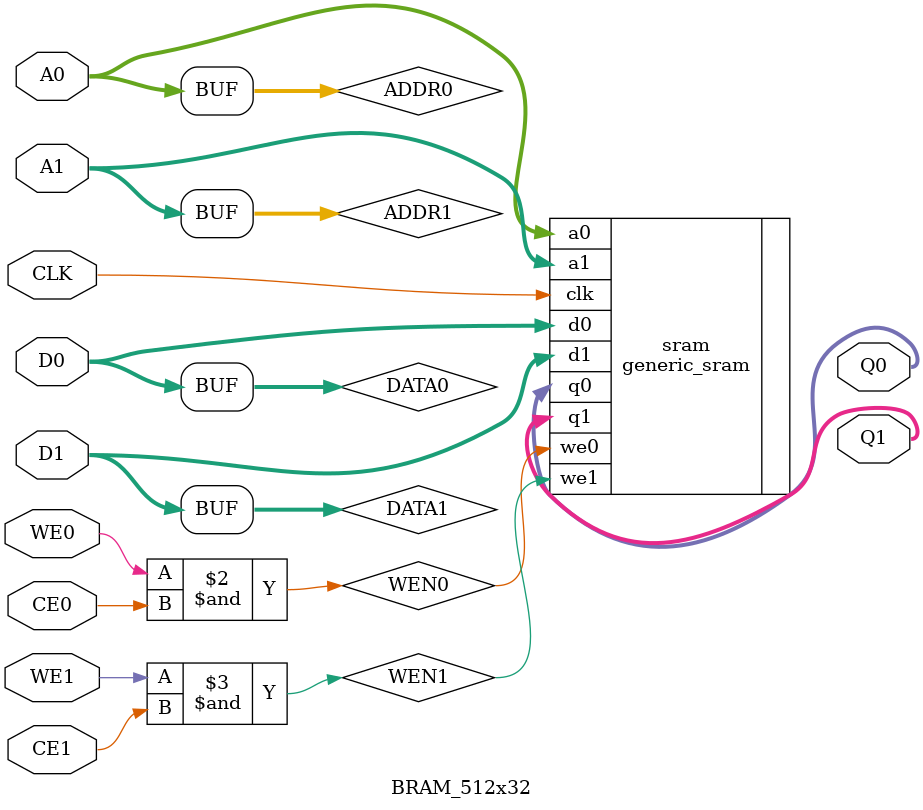
<source format=v>
`timescale 1 ps / 1 ps
module BRAM_512x32( CLK, A0, D0, Q0, WE0, CE0, A1, D1, Q1, WE1, CE1 );

    input CLK;
    input [8:0] A0;
    input [31:0] D0;
    output [31:0] Q0;
    input WE0;
    input CE0;
    input [8:0] A1;
    input [31:0] D1;
    output [31:0] Q1;
    input WE1;
    input CE1;

    reg [8:0]  ADDR0;
    reg [8:0]  ADDR1;
    reg WEN0;
    reg WEN1;
    reg [31:0] DATA0;
    reg [31:0] DATA1;

    always @(*) begin
	#5
	ADDR0 = A0;
	ADDR1 = A1;
	WEN0 = WE0 & CE0;
	WEN1 = WE1 & CE1;
	DATA0 = D0;
	DATA1 = D1;
    end
  
    // generic SRAM for comp-kernel-only synthesis
    generic_sram
        #(
          .abits(9),
          .dbits(32)
         )
    sram
        (
         .clk(CLK),
         .a0(ADDR0),
         .a1(ADDR1),
         .d0(DATA0),
         .d1(DATA1),
         .q0(Q0),
         .q1(Q1),
         .we0(WEN0),
         .we1(WEN1)
        );

endmodule

</source>
